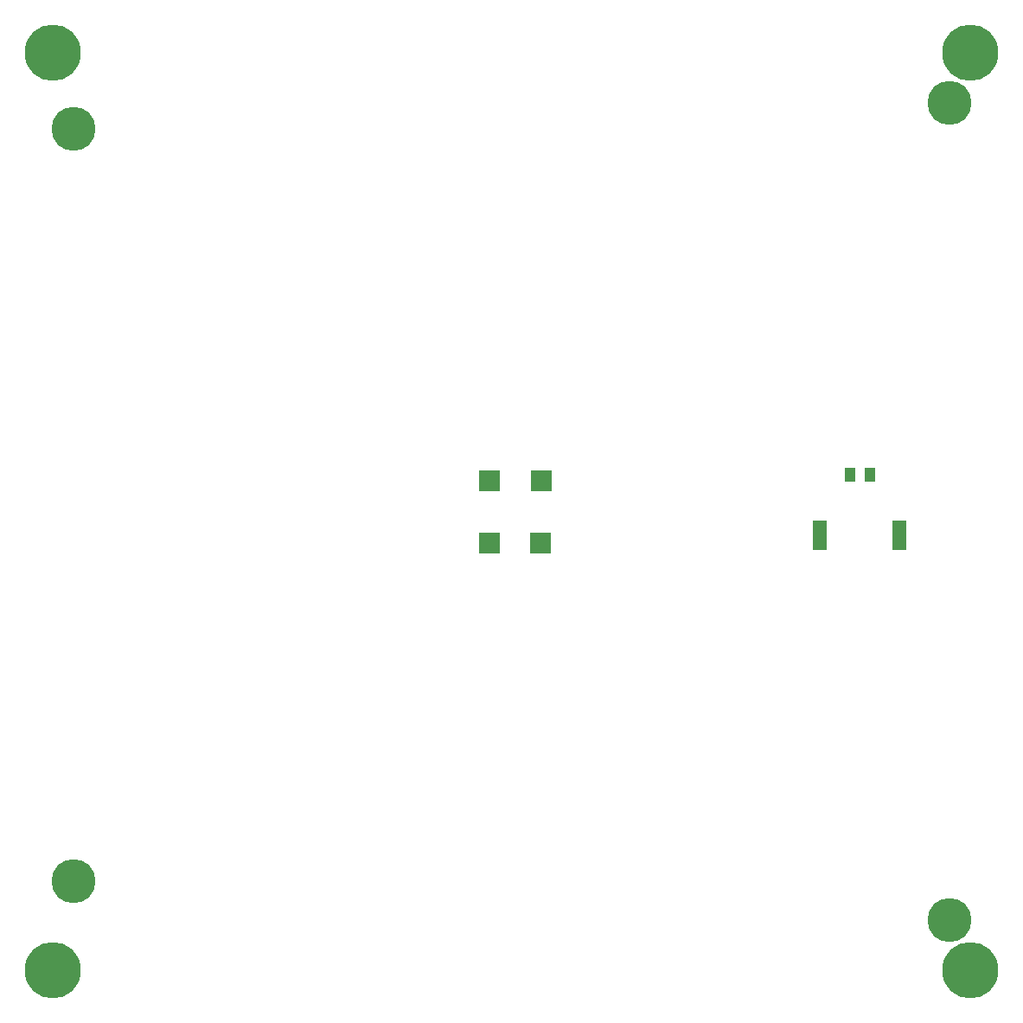
<source format=gbs>
G04 #@! TF.GenerationSoftware,KiCad,Pcbnew,(7.0.0-0)*
G04 #@! TF.CreationDate,2023-03-17T23:54:48-04:00*
G04 #@! TF.ProjectId,bottom-adapter,626f7474-6f6d-42d6-9164-61707465722e,3*
G04 #@! TF.SameCoordinates,Original*
G04 #@! TF.FileFunction,Soldermask,Bot*
G04 #@! TF.FilePolarity,Negative*
%FSLAX46Y46*%
G04 Gerber Fmt 4.6, Leading zero omitted, Abs format (unit mm)*
G04 Created by KiCad (PCBNEW (7.0.0-0)) date 2023-03-17 23:54:48*
%MOMM*%
%LPD*%
G01*
G04 APERTURE LIST*
%ADD10C,5.500000*%
%ADD11R,2.000000X2.000000*%
%ADD12C,4.300000*%
%ADD13R,1.100000X1.450000*%
%ADD14R,1.350000X2.899999*%
G04 APERTURE END LIST*
D10*
X163450000Y-143450000D03*
D11*
X121399999Y-95499999D03*
D12*
X161364000Y-58495000D03*
D11*
X116299999Y-101599999D03*
D10*
X73550000Y-53550000D03*
D12*
X161364000Y-138505000D03*
X75639000Y-134695000D03*
X75639000Y-61035000D03*
D10*
X73550000Y-143450000D03*
D11*
X121299999Y-101599999D03*
D10*
X163450000Y-53550000D03*
D11*
X116299999Y-95499999D03*
D13*
X153599999Y-94899999D03*
X151599998Y-94899999D03*
D14*
X156494997Y-100874998D03*
X148705002Y-100874998D03*
M02*

</source>
